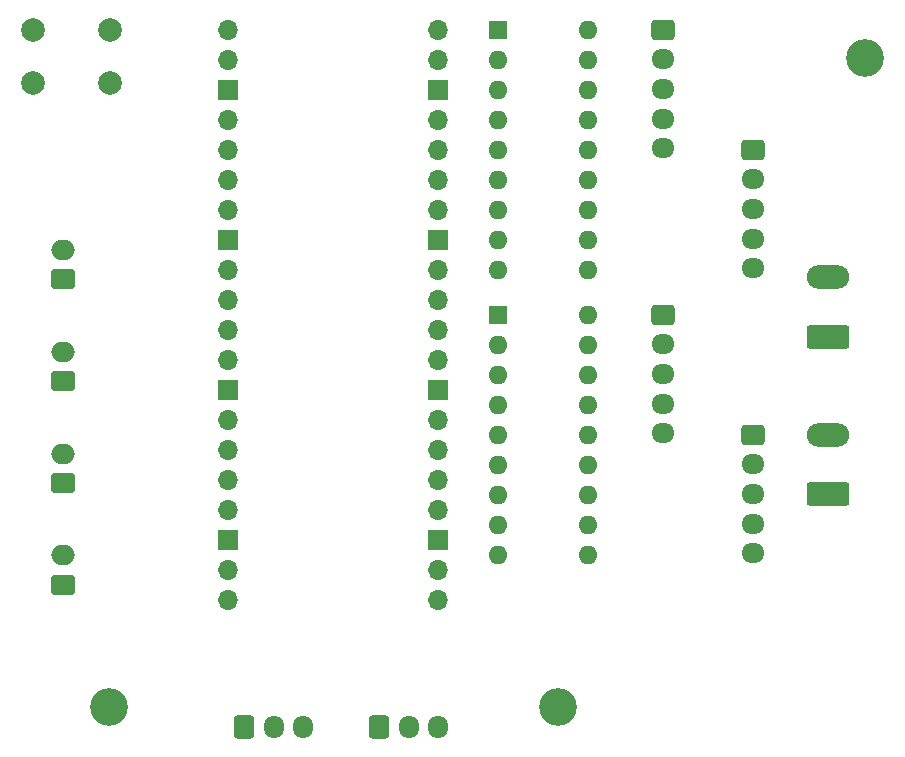
<source format=gbs>
%TF.GenerationSoftware,KiCad,Pcbnew,7.0.5*%
%TF.CreationDate,2023-06-21T21:20:56+02:00*%
%TF.ProjectId,moduleDriver,6d6f6475-6c65-4447-9269-7665722e6b69,rev?*%
%TF.SameCoordinates,Original*%
%TF.FileFunction,Soldermask,Bot*%
%TF.FilePolarity,Negative*%
%FSLAX46Y46*%
G04 Gerber Fmt 4.6, Leading zero omitted, Abs format (unit mm)*
G04 Created by KiCad (PCBNEW 7.0.5) date 2023-06-21 21:20:56*
%MOMM*%
%LPD*%
G01*
G04 APERTURE LIST*
G04 Aperture macros list*
%AMRoundRect*
0 Rectangle with rounded corners*
0 $1 Rounding radius*
0 $2 $3 $4 $5 $6 $7 $8 $9 X,Y pos of 4 corners*
0 Add a 4 corners polygon primitive as box body*
4,1,4,$2,$3,$4,$5,$6,$7,$8,$9,$2,$3,0*
0 Add four circle primitives for the rounded corners*
1,1,$1+$1,$2,$3*
1,1,$1+$1,$4,$5*
1,1,$1+$1,$6,$7*
1,1,$1+$1,$8,$9*
0 Add four rect primitives between the rounded corners*
20,1,$1+$1,$2,$3,$4,$5,0*
20,1,$1+$1,$4,$5,$6,$7,0*
20,1,$1+$1,$6,$7,$8,$9,0*
20,1,$1+$1,$8,$9,$2,$3,0*%
G04 Aperture macros list end*
%ADD10O,1.700000X1.700000*%
%ADD11R,1.700000X1.700000*%
%ADD12O,3.600000X2.000000*%
%ADD13RoundRect,0.250000X1.550000X-0.750000X1.550000X0.750000X-1.550000X0.750000X-1.550000X-0.750000X0*%
%ADD14O,1.700000X1.950000*%
%ADD15RoundRect,0.250000X-0.600000X-0.725000X0.600000X-0.725000X0.600000X0.725000X-0.600000X0.725000X0*%
%ADD16O,1.950000X1.700000*%
%ADD17RoundRect,0.250000X-0.725000X0.600000X-0.725000X-0.600000X0.725000X-0.600000X0.725000X0.600000X0*%
%ADD18C,3.200000*%
%ADD19O,1.600000X1.600000*%
%ADD20R,1.600000X1.600000*%
%ADD21RoundRect,0.250000X0.750000X-0.600000X0.750000X0.600000X-0.750000X0.600000X-0.750000X-0.600000X0*%
%ADD22O,2.000000X1.700000*%
%ADD23C,2.000000*%
G04 APERTURE END LIST*
D10*
X71120000Y-73660000D03*
X71120000Y-76200000D03*
D11*
X71120000Y-78740000D03*
D10*
X71120000Y-81280000D03*
X71120000Y-83820000D03*
X71120000Y-86360000D03*
X71120000Y-88900000D03*
D11*
X71120000Y-91440000D03*
D10*
X71120000Y-93980000D03*
X71120000Y-96520000D03*
X71120000Y-99060000D03*
X71120000Y-101600000D03*
D11*
X71120000Y-104140000D03*
D10*
X71120000Y-106680000D03*
X71120000Y-109220000D03*
X71120000Y-111760000D03*
X71120000Y-114300000D03*
D11*
X71120000Y-116840000D03*
D10*
X71120000Y-119380000D03*
X71120000Y-121920000D03*
X88900000Y-121920000D03*
X88900000Y-119380000D03*
D11*
X88900000Y-116840000D03*
D10*
X88900000Y-114300000D03*
X88900000Y-111760000D03*
X88900000Y-109220000D03*
X88900000Y-106680000D03*
D11*
X88900000Y-104140000D03*
D10*
X88900000Y-101600000D03*
X88900000Y-99060000D03*
X88900000Y-96520000D03*
X88900000Y-93980000D03*
D11*
X88900000Y-91440000D03*
D10*
X88900000Y-88900000D03*
X88900000Y-86360000D03*
X88900000Y-83820000D03*
X88900000Y-81280000D03*
D11*
X88900000Y-78740000D03*
D10*
X88900000Y-76200000D03*
X88900000Y-73660000D03*
D12*
X121920000Y-107950000D03*
D13*
X121920000Y-112950000D03*
D12*
X121920000Y-94615000D03*
D13*
X121920000Y-99615000D03*
D14*
X77470000Y-132715000D03*
X74970000Y-132715000D03*
D15*
X72470000Y-132715000D03*
D16*
X107950000Y-107790000D03*
X107950000Y-105290000D03*
X107950000Y-102790000D03*
X107950000Y-100290000D03*
D17*
X107950000Y-97790000D03*
D18*
X125000000Y-76000000D03*
D19*
X101600000Y-97790000D03*
X101600000Y-100330000D03*
X101600000Y-102870000D03*
X101600000Y-105410000D03*
X101600000Y-107950000D03*
X101600000Y-110490000D03*
X101600000Y-113030000D03*
X101600000Y-115570000D03*
X101600000Y-118110000D03*
X93980000Y-118110000D03*
X93980000Y-115570000D03*
X93980000Y-113030000D03*
X93980000Y-110490000D03*
X93980000Y-107950000D03*
X93980000Y-105410000D03*
X93980000Y-102870000D03*
X93980000Y-100330000D03*
D20*
X93980000Y-97790000D03*
D21*
X57150000Y-112054000D03*
D22*
X57150000Y-109554000D03*
D19*
X101600000Y-73660000D03*
X101600000Y-76200000D03*
X101600000Y-78740000D03*
X101600000Y-81280000D03*
X101600000Y-83820000D03*
X101600000Y-86360000D03*
X101600000Y-88900000D03*
X101600000Y-91440000D03*
X101600000Y-93980000D03*
X93980000Y-93980000D03*
X93980000Y-91440000D03*
X93980000Y-88900000D03*
X93980000Y-86360000D03*
X93980000Y-83820000D03*
X93980000Y-81280000D03*
X93980000Y-78740000D03*
X93980000Y-76200000D03*
D20*
X93980000Y-73660000D03*
D23*
X54610000Y-73660000D03*
X61110000Y-73660000D03*
X54610000Y-78160000D03*
X61110000Y-78160000D03*
D21*
X57150000Y-94782000D03*
D22*
X57150000Y-92282000D03*
D16*
X115570000Y-117950000D03*
X115570000Y-115450000D03*
X115570000Y-112950000D03*
X115570000Y-110450000D03*
D17*
X115570000Y-107950000D03*
D18*
X61000000Y-131000000D03*
D16*
X115570000Y-93820000D03*
X115570000Y-91320000D03*
X115570000Y-88820000D03*
X115570000Y-86320000D03*
D17*
X115570000Y-83820000D03*
D21*
X57150000Y-120650000D03*
D22*
X57150000Y-118150000D03*
D21*
X57150000Y-103418000D03*
D22*
X57150000Y-100918000D03*
D14*
X88900000Y-132715000D03*
X86400000Y-132715000D03*
D15*
X83900000Y-132715000D03*
D18*
X99000000Y-131000000D03*
D16*
X107950000Y-83660000D03*
X107950000Y-81160000D03*
X107950000Y-78660000D03*
X107950000Y-76160000D03*
D17*
X107950000Y-73660000D03*
M02*

</source>
